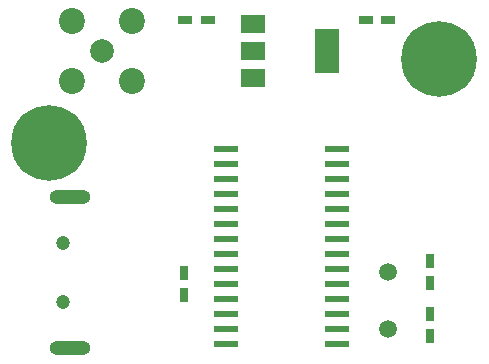
<source format=gbs>
G04 #@! TF.GenerationSoftware,KiCad,Pcbnew,(5.0.0)*
G04 #@! TF.CreationDate,2019-03-08T13:39:37-05:00*
G04 #@! TF.ProjectId,Dongle,446F6E676C652E6B696361645F706362,rev?*
G04 #@! TF.SameCoordinates,Original*
G04 #@! TF.FileFunction,Soldermask,Bot*
G04 #@! TF.FilePolarity,Negative*
%FSLAX46Y46*%
G04 Gerber Fmt 4.6, Leading zero omitted, Abs format (unit mm)*
G04 Created by KiCad (PCBNEW (5.0.0)) date 03/08/19 13:39:37*
%MOMM*%
%LPD*%
G01*
G04 APERTURE LIST*
%ADD10C,6.400000*%
%ADD11C,1.200000*%
%ADD12O,3.500000X1.200000*%
%ADD13R,1.200000X0.750000*%
%ADD14R,0.750000X1.200000*%
%ADD15R,2.000000X0.600000*%
%ADD16R,2.000000X1.500000*%
%ADD17R,2.000000X3.800000*%
%ADD18C,1.500000*%
%ADD19C,2.000000*%
%ADD20C,2.200000*%
G04 APERTURE END LIST*
D10*
G04 #@! TO.C,REF\002A\002A*
X57150000Y-6350000D03*
G04 #@! TD*
D11*
G04 #@! TO.C,J1*
X25256000Y-21955000D03*
X25256000Y-26955000D03*
D12*
X25856000Y-18055000D03*
X25856000Y-30855000D03*
G04 #@! TD*
D13*
G04 #@! TO.C,C5*
X37526000Y-3048000D03*
X35626000Y-3048000D03*
G04 #@! TD*
G04 #@! TO.C,C6*
X52832000Y-3048000D03*
X50932000Y-3048000D03*
G04 #@! TD*
D14*
G04 #@! TO.C,C7*
X56388000Y-25334000D03*
X56388000Y-23434000D03*
G04 #@! TD*
G04 #@! TO.C,C9*
X56388000Y-29840000D03*
X56388000Y-27940000D03*
G04 #@! TD*
G04 #@! TO.C,C10*
X35560000Y-26350000D03*
X35560000Y-24450000D03*
G04 #@! TD*
D15*
G04 #@! TO.C,U1*
X39115000Y-13970000D03*
X39115000Y-15240000D03*
X39115000Y-16510000D03*
X39115000Y-17780000D03*
X39115000Y-19050000D03*
X39115000Y-20320000D03*
X39115000Y-21590000D03*
X39115000Y-22860000D03*
X39115000Y-24130000D03*
X39115000Y-25400000D03*
X39115000Y-26670000D03*
X39115000Y-27940000D03*
X39115000Y-29210000D03*
X39115000Y-30480000D03*
X48515000Y-30480000D03*
X48515000Y-29210000D03*
X48515000Y-27940000D03*
X48515000Y-26670000D03*
X48515000Y-25400000D03*
X48515000Y-24130000D03*
X48515000Y-22860000D03*
X48515000Y-21590000D03*
X48515000Y-20320000D03*
X48515000Y-19050000D03*
X48515000Y-17780000D03*
X48515000Y-16510000D03*
X48515000Y-15240000D03*
X48515000Y-13970000D03*
G04 #@! TD*
D16*
G04 #@! TO.C,U3*
X41325000Y-8015000D03*
X41325000Y-3415000D03*
X41325000Y-5715000D03*
D17*
X47625000Y-5715000D03*
G04 #@! TD*
D18*
G04 #@! TO.C,Y1*
X52832000Y-29264000D03*
X52832000Y-24384000D03*
G04 #@! TD*
D19*
G04 #@! TO.C,J2*
X28575000Y-5715000D03*
D20*
X26025000Y-3165000D03*
X31125000Y-3165000D03*
X26025000Y-8265000D03*
X31125000Y-8265000D03*
G04 #@! TD*
D10*
G04 #@! TO.C,REF\002A\002A*
X24130000Y-13462000D03*
G04 #@! TD*
M02*

</source>
